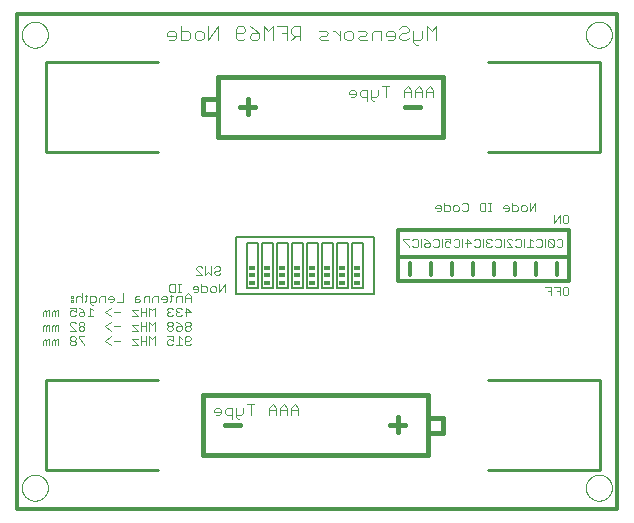
<source format=gbo>
G75*
%MOIN*%
%OFA0B0*%
%FSLAX25Y25*%
%IPPOS*%
%LPD*%
%AMOC8*
5,1,8,0,0,1.08239X$1,22.5*
%
%ADD10C,0.00000*%
%ADD11C,0.01200*%
%ADD12C,0.00400*%
%ADD13C,0.00300*%
%ADD14C,0.01000*%
%ADD15C,0.01600*%
%ADD16C,0.00800*%
%ADD17C,0.00700*%
%ADD18C,0.00600*%
%ADD19R,0.02000X0.01500*%
D10*
X0003469Y0008800D02*
X0003471Y0008931D01*
X0003477Y0009063D01*
X0003487Y0009194D01*
X0003501Y0009325D01*
X0003519Y0009455D01*
X0003541Y0009584D01*
X0003566Y0009713D01*
X0003596Y0009841D01*
X0003630Y0009968D01*
X0003667Y0010095D01*
X0003708Y0010219D01*
X0003753Y0010343D01*
X0003802Y0010465D01*
X0003854Y0010586D01*
X0003910Y0010704D01*
X0003970Y0010822D01*
X0004033Y0010937D01*
X0004100Y0011050D01*
X0004170Y0011162D01*
X0004243Y0011271D01*
X0004319Y0011377D01*
X0004399Y0011482D01*
X0004482Y0011584D01*
X0004568Y0011683D01*
X0004657Y0011780D01*
X0004749Y0011874D01*
X0004844Y0011965D01*
X0004941Y0012054D01*
X0005041Y0012139D01*
X0005144Y0012221D01*
X0005249Y0012300D01*
X0005356Y0012376D01*
X0005466Y0012448D01*
X0005578Y0012517D01*
X0005692Y0012583D01*
X0005807Y0012645D01*
X0005925Y0012704D01*
X0006044Y0012759D01*
X0006165Y0012811D01*
X0006288Y0012858D01*
X0006412Y0012902D01*
X0006537Y0012943D01*
X0006663Y0012979D01*
X0006791Y0013012D01*
X0006919Y0013040D01*
X0007048Y0013065D01*
X0007178Y0013086D01*
X0007308Y0013103D01*
X0007439Y0013116D01*
X0007570Y0013125D01*
X0007701Y0013130D01*
X0007833Y0013131D01*
X0007964Y0013128D01*
X0008096Y0013121D01*
X0008227Y0013110D01*
X0008357Y0013095D01*
X0008487Y0013076D01*
X0008617Y0013053D01*
X0008745Y0013027D01*
X0008873Y0012996D01*
X0009000Y0012961D01*
X0009126Y0012923D01*
X0009250Y0012881D01*
X0009374Y0012835D01*
X0009495Y0012785D01*
X0009615Y0012732D01*
X0009734Y0012675D01*
X0009851Y0012615D01*
X0009965Y0012551D01*
X0010078Y0012483D01*
X0010189Y0012412D01*
X0010298Y0012338D01*
X0010404Y0012261D01*
X0010508Y0012180D01*
X0010609Y0012097D01*
X0010708Y0012010D01*
X0010804Y0011920D01*
X0010897Y0011827D01*
X0010988Y0011732D01*
X0011075Y0011634D01*
X0011160Y0011533D01*
X0011241Y0011430D01*
X0011319Y0011324D01*
X0011394Y0011216D01*
X0011466Y0011106D01*
X0011534Y0010994D01*
X0011599Y0010880D01*
X0011660Y0010763D01*
X0011718Y0010645D01*
X0011772Y0010525D01*
X0011823Y0010404D01*
X0011870Y0010281D01*
X0011913Y0010157D01*
X0011952Y0010032D01*
X0011988Y0009905D01*
X0012019Y0009777D01*
X0012047Y0009649D01*
X0012071Y0009520D01*
X0012091Y0009390D01*
X0012107Y0009259D01*
X0012119Y0009128D01*
X0012127Y0008997D01*
X0012131Y0008866D01*
X0012131Y0008734D01*
X0012127Y0008603D01*
X0012119Y0008472D01*
X0012107Y0008341D01*
X0012091Y0008210D01*
X0012071Y0008080D01*
X0012047Y0007951D01*
X0012019Y0007823D01*
X0011988Y0007695D01*
X0011952Y0007568D01*
X0011913Y0007443D01*
X0011870Y0007319D01*
X0011823Y0007196D01*
X0011772Y0007075D01*
X0011718Y0006955D01*
X0011660Y0006837D01*
X0011599Y0006720D01*
X0011534Y0006606D01*
X0011466Y0006494D01*
X0011394Y0006384D01*
X0011319Y0006276D01*
X0011241Y0006170D01*
X0011160Y0006067D01*
X0011075Y0005966D01*
X0010988Y0005868D01*
X0010897Y0005773D01*
X0010804Y0005680D01*
X0010708Y0005590D01*
X0010609Y0005503D01*
X0010508Y0005420D01*
X0010404Y0005339D01*
X0010298Y0005262D01*
X0010189Y0005188D01*
X0010078Y0005117D01*
X0009966Y0005049D01*
X0009851Y0004985D01*
X0009734Y0004925D01*
X0009615Y0004868D01*
X0009495Y0004815D01*
X0009374Y0004765D01*
X0009250Y0004719D01*
X0009126Y0004677D01*
X0009000Y0004639D01*
X0008873Y0004604D01*
X0008745Y0004573D01*
X0008617Y0004547D01*
X0008487Y0004524D01*
X0008357Y0004505D01*
X0008227Y0004490D01*
X0008096Y0004479D01*
X0007964Y0004472D01*
X0007833Y0004469D01*
X0007701Y0004470D01*
X0007570Y0004475D01*
X0007439Y0004484D01*
X0007308Y0004497D01*
X0007178Y0004514D01*
X0007048Y0004535D01*
X0006919Y0004560D01*
X0006791Y0004588D01*
X0006663Y0004621D01*
X0006537Y0004657D01*
X0006412Y0004698D01*
X0006288Y0004742D01*
X0006165Y0004789D01*
X0006044Y0004841D01*
X0005925Y0004896D01*
X0005807Y0004955D01*
X0005692Y0005017D01*
X0005578Y0005083D01*
X0005466Y0005152D01*
X0005356Y0005224D01*
X0005249Y0005300D01*
X0005144Y0005379D01*
X0005041Y0005461D01*
X0004941Y0005546D01*
X0004844Y0005635D01*
X0004749Y0005726D01*
X0004657Y0005820D01*
X0004568Y0005917D01*
X0004482Y0006016D01*
X0004399Y0006118D01*
X0004319Y0006223D01*
X0004243Y0006329D01*
X0004170Y0006438D01*
X0004100Y0006550D01*
X0004033Y0006663D01*
X0003970Y0006778D01*
X0003910Y0006896D01*
X0003854Y0007014D01*
X0003802Y0007135D01*
X0003753Y0007257D01*
X0003708Y0007381D01*
X0003667Y0007505D01*
X0003630Y0007632D01*
X0003596Y0007759D01*
X0003566Y0007887D01*
X0003541Y0008016D01*
X0003519Y0008145D01*
X0003501Y0008275D01*
X0003487Y0008406D01*
X0003477Y0008537D01*
X0003471Y0008669D01*
X0003469Y0008800D01*
X0003469Y0159800D02*
X0003471Y0159931D01*
X0003477Y0160063D01*
X0003487Y0160194D01*
X0003501Y0160325D01*
X0003519Y0160455D01*
X0003541Y0160584D01*
X0003566Y0160713D01*
X0003596Y0160841D01*
X0003630Y0160968D01*
X0003667Y0161095D01*
X0003708Y0161219D01*
X0003753Y0161343D01*
X0003802Y0161465D01*
X0003854Y0161586D01*
X0003910Y0161704D01*
X0003970Y0161822D01*
X0004033Y0161937D01*
X0004100Y0162050D01*
X0004170Y0162162D01*
X0004243Y0162271D01*
X0004319Y0162377D01*
X0004399Y0162482D01*
X0004482Y0162584D01*
X0004568Y0162683D01*
X0004657Y0162780D01*
X0004749Y0162874D01*
X0004844Y0162965D01*
X0004941Y0163054D01*
X0005041Y0163139D01*
X0005144Y0163221D01*
X0005249Y0163300D01*
X0005356Y0163376D01*
X0005466Y0163448D01*
X0005578Y0163517D01*
X0005692Y0163583D01*
X0005807Y0163645D01*
X0005925Y0163704D01*
X0006044Y0163759D01*
X0006165Y0163811D01*
X0006288Y0163858D01*
X0006412Y0163902D01*
X0006537Y0163943D01*
X0006663Y0163979D01*
X0006791Y0164012D01*
X0006919Y0164040D01*
X0007048Y0164065D01*
X0007178Y0164086D01*
X0007308Y0164103D01*
X0007439Y0164116D01*
X0007570Y0164125D01*
X0007701Y0164130D01*
X0007833Y0164131D01*
X0007964Y0164128D01*
X0008096Y0164121D01*
X0008227Y0164110D01*
X0008357Y0164095D01*
X0008487Y0164076D01*
X0008617Y0164053D01*
X0008745Y0164027D01*
X0008873Y0163996D01*
X0009000Y0163961D01*
X0009126Y0163923D01*
X0009250Y0163881D01*
X0009374Y0163835D01*
X0009495Y0163785D01*
X0009615Y0163732D01*
X0009734Y0163675D01*
X0009851Y0163615D01*
X0009965Y0163551D01*
X0010078Y0163483D01*
X0010189Y0163412D01*
X0010298Y0163338D01*
X0010404Y0163261D01*
X0010508Y0163180D01*
X0010609Y0163097D01*
X0010708Y0163010D01*
X0010804Y0162920D01*
X0010897Y0162827D01*
X0010988Y0162732D01*
X0011075Y0162634D01*
X0011160Y0162533D01*
X0011241Y0162430D01*
X0011319Y0162324D01*
X0011394Y0162216D01*
X0011466Y0162106D01*
X0011534Y0161994D01*
X0011599Y0161880D01*
X0011660Y0161763D01*
X0011718Y0161645D01*
X0011772Y0161525D01*
X0011823Y0161404D01*
X0011870Y0161281D01*
X0011913Y0161157D01*
X0011952Y0161032D01*
X0011988Y0160905D01*
X0012019Y0160777D01*
X0012047Y0160649D01*
X0012071Y0160520D01*
X0012091Y0160390D01*
X0012107Y0160259D01*
X0012119Y0160128D01*
X0012127Y0159997D01*
X0012131Y0159866D01*
X0012131Y0159734D01*
X0012127Y0159603D01*
X0012119Y0159472D01*
X0012107Y0159341D01*
X0012091Y0159210D01*
X0012071Y0159080D01*
X0012047Y0158951D01*
X0012019Y0158823D01*
X0011988Y0158695D01*
X0011952Y0158568D01*
X0011913Y0158443D01*
X0011870Y0158319D01*
X0011823Y0158196D01*
X0011772Y0158075D01*
X0011718Y0157955D01*
X0011660Y0157837D01*
X0011599Y0157720D01*
X0011534Y0157606D01*
X0011466Y0157494D01*
X0011394Y0157384D01*
X0011319Y0157276D01*
X0011241Y0157170D01*
X0011160Y0157067D01*
X0011075Y0156966D01*
X0010988Y0156868D01*
X0010897Y0156773D01*
X0010804Y0156680D01*
X0010708Y0156590D01*
X0010609Y0156503D01*
X0010508Y0156420D01*
X0010404Y0156339D01*
X0010298Y0156262D01*
X0010189Y0156188D01*
X0010078Y0156117D01*
X0009966Y0156049D01*
X0009851Y0155985D01*
X0009734Y0155925D01*
X0009615Y0155868D01*
X0009495Y0155815D01*
X0009374Y0155765D01*
X0009250Y0155719D01*
X0009126Y0155677D01*
X0009000Y0155639D01*
X0008873Y0155604D01*
X0008745Y0155573D01*
X0008617Y0155547D01*
X0008487Y0155524D01*
X0008357Y0155505D01*
X0008227Y0155490D01*
X0008096Y0155479D01*
X0007964Y0155472D01*
X0007833Y0155469D01*
X0007701Y0155470D01*
X0007570Y0155475D01*
X0007439Y0155484D01*
X0007308Y0155497D01*
X0007178Y0155514D01*
X0007048Y0155535D01*
X0006919Y0155560D01*
X0006791Y0155588D01*
X0006663Y0155621D01*
X0006537Y0155657D01*
X0006412Y0155698D01*
X0006288Y0155742D01*
X0006165Y0155789D01*
X0006044Y0155841D01*
X0005925Y0155896D01*
X0005807Y0155955D01*
X0005692Y0156017D01*
X0005578Y0156083D01*
X0005466Y0156152D01*
X0005356Y0156224D01*
X0005249Y0156300D01*
X0005144Y0156379D01*
X0005041Y0156461D01*
X0004941Y0156546D01*
X0004844Y0156635D01*
X0004749Y0156726D01*
X0004657Y0156820D01*
X0004568Y0156917D01*
X0004482Y0157016D01*
X0004399Y0157118D01*
X0004319Y0157223D01*
X0004243Y0157329D01*
X0004170Y0157438D01*
X0004100Y0157550D01*
X0004033Y0157663D01*
X0003970Y0157778D01*
X0003910Y0157896D01*
X0003854Y0158014D01*
X0003802Y0158135D01*
X0003753Y0158257D01*
X0003708Y0158381D01*
X0003667Y0158505D01*
X0003630Y0158632D01*
X0003596Y0158759D01*
X0003566Y0158887D01*
X0003541Y0159016D01*
X0003519Y0159145D01*
X0003501Y0159275D01*
X0003487Y0159406D01*
X0003477Y0159537D01*
X0003471Y0159669D01*
X0003469Y0159800D01*
X0191469Y0159800D02*
X0191471Y0159931D01*
X0191477Y0160063D01*
X0191487Y0160194D01*
X0191501Y0160325D01*
X0191519Y0160455D01*
X0191541Y0160584D01*
X0191566Y0160713D01*
X0191596Y0160841D01*
X0191630Y0160968D01*
X0191667Y0161095D01*
X0191708Y0161219D01*
X0191753Y0161343D01*
X0191802Y0161465D01*
X0191854Y0161586D01*
X0191910Y0161704D01*
X0191970Y0161822D01*
X0192033Y0161937D01*
X0192100Y0162050D01*
X0192170Y0162162D01*
X0192243Y0162271D01*
X0192319Y0162377D01*
X0192399Y0162482D01*
X0192482Y0162584D01*
X0192568Y0162683D01*
X0192657Y0162780D01*
X0192749Y0162874D01*
X0192844Y0162965D01*
X0192941Y0163054D01*
X0193041Y0163139D01*
X0193144Y0163221D01*
X0193249Y0163300D01*
X0193356Y0163376D01*
X0193466Y0163448D01*
X0193578Y0163517D01*
X0193692Y0163583D01*
X0193807Y0163645D01*
X0193925Y0163704D01*
X0194044Y0163759D01*
X0194165Y0163811D01*
X0194288Y0163858D01*
X0194412Y0163902D01*
X0194537Y0163943D01*
X0194663Y0163979D01*
X0194791Y0164012D01*
X0194919Y0164040D01*
X0195048Y0164065D01*
X0195178Y0164086D01*
X0195308Y0164103D01*
X0195439Y0164116D01*
X0195570Y0164125D01*
X0195701Y0164130D01*
X0195833Y0164131D01*
X0195964Y0164128D01*
X0196096Y0164121D01*
X0196227Y0164110D01*
X0196357Y0164095D01*
X0196487Y0164076D01*
X0196617Y0164053D01*
X0196745Y0164027D01*
X0196873Y0163996D01*
X0197000Y0163961D01*
X0197126Y0163923D01*
X0197250Y0163881D01*
X0197374Y0163835D01*
X0197495Y0163785D01*
X0197615Y0163732D01*
X0197734Y0163675D01*
X0197851Y0163615D01*
X0197965Y0163551D01*
X0198078Y0163483D01*
X0198189Y0163412D01*
X0198298Y0163338D01*
X0198404Y0163261D01*
X0198508Y0163180D01*
X0198609Y0163097D01*
X0198708Y0163010D01*
X0198804Y0162920D01*
X0198897Y0162827D01*
X0198988Y0162732D01*
X0199075Y0162634D01*
X0199160Y0162533D01*
X0199241Y0162430D01*
X0199319Y0162324D01*
X0199394Y0162216D01*
X0199466Y0162106D01*
X0199534Y0161994D01*
X0199599Y0161880D01*
X0199660Y0161763D01*
X0199718Y0161645D01*
X0199772Y0161525D01*
X0199823Y0161404D01*
X0199870Y0161281D01*
X0199913Y0161157D01*
X0199952Y0161032D01*
X0199988Y0160905D01*
X0200019Y0160777D01*
X0200047Y0160649D01*
X0200071Y0160520D01*
X0200091Y0160390D01*
X0200107Y0160259D01*
X0200119Y0160128D01*
X0200127Y0159997D01*
X0200131Y0159866D01*
X0200131Y0159734D01*
X0200127Y0159603D01*
X0200119Y0159472D01*
X0200107Y0159341D01*
X0200091Y0159210D01*
X0200071Y0159080D01*
X0200047Y0158951D01*
X0200019Y0158823D01*
X0199988Y0158695D01*
X0199952Y0158568D01*
X0199913Y0158443D01*
X0199870Y0158319D01*
X0199823Y0158196D01*
X0199772Y0158075D01*
X0199718Y0157955D01*
X0199660Y0157837D01*
X0199599Y0157720D01*
X0199534Y0157606D01*
X0199466Y0157494D01*
X0199394Y0157384D01*
X0199319Y0157276D01*
X0199241Y0157170D01*
X0199160Y0157067D01*
X0199075Y0156966D01*
X0198988Y0156868D01*
X0198897Y0156773D01*
X0198804Y0156680D01*
X0198708Y0156590D01*
X0198609Y0156503D01*
X0198508Y0156420D01*
X0198404Y0156339D01*
X0198298Y0156262D01*
X0198189Y0156188D01*
X0198078Y0156117D01*
X0197966Y0156049D01*
X0197851Y0155985D01*
X0197734Y0155925D01*
X0197615Y0155868D01*
X0197495Y0155815D01*
X0197374Y0155765D01*
X0197250Y0155719D01*
X0197126Y0155677D01*
X0197000Y0155639D01*
X0196873Y0155604D01*
X0196745Y0155573D01*
X0196617Y0155547D01*
X0196487Y0155524D01*
X0196357Y0155505D01*
X0196227Y0155490D01*
X0196096Y0155479D01*
X0195964Y0155472D01*
X0195833Y0155469D01*
X0195701Y0155470D01*
X0195570Y0155475D01*
X0195439Y0155484D01*
X0195308Y0155497D01*
X0195178Y0155514D01*
X0195048Y0155535D01*
X0194919Y0155560D01*
X0194791Y0155588D01*
X0194663Y0155621D01*
X0194537Y0155657D01*
X0194412Y0155698D01*
X0194288Y0155742D01*
X0194165Y0155789D01*
X0194044Y0155841D01*
X0193925Y0155896D01*
X0193807Y0155955D01*
X0193692Y0156017D01*
X0193578Y0156083D01*
X0193466Y0156152D01*
X0193356Y0156224D01*
X0193249Y0156300D01*
X0193144Y0156379D01*
X0193041Y0156461D01*
X0192941Y0156546D01*
X0192844Y0156635D01*
X0192749Y0156726D01*
X0192657Y0156820D01*
X0192568Y0156917D01*
X0192482Y0157016D01*
X0192399Y0157118D01*
X0192319Y0157223D01*
X0192243Y0157329D01*
X0192170Y0157438D01*
X0192100Y0157550D01*
X0192033Y0157663D01*
X0191970Y0157778D01*
X0191910Y0157896D01*
X0191854Y0158014D01*
X0191802Y0158135D01*
X0191753Y0158257D01*
X0191708Y0158381D01*
X0191667Y0158505D01*
X0191630Y0158632D01*
X0191596Y0158759D01*
X0191566Y0158887D01*
X0191541Y0159016D01*
X0191519Y0159145D01*
X0191501Y0159275D01*
X0191487Y0159406D01*
X0191477Y0159537D01*
X0191471Y0159669D01*
X0191469Y0159800D01*
X0191469Y0008800D02*
X0191471Y0008931D01*
X0191477Y0009063D01*
X0191487Y0009194D01*
X0191501Y0009325D01*
X0191519Y0009455D01*
X0191541Y0009584D01*
X0191566Y0009713D01*
X0191596Y0009841D01*
X0191630Y0009968D01*
X0191667Y0010095D01*
X0191708Y0010219D01*
X0191753Y0010343D01*
X0191802Y0010465D01*
X0191854Y0010586D01*
X0191910Y0010704D01*
X0191970Y0010822D01*
X0192033Y0010937D01*
X0192100Y0011050D01*
X0192170Y0011162D01*
X0192243Y0011271D01*
X0192319Y0011377D01*
X0192399Y0011482D01*
X0192482Y0011584D01*
X0192568Y0011683D01*
X0192657Y0011780D01*
X0192749Y0011874D01*
X0192844Y0011965D01*
X0192941Y0012054D01*
X0193041Y0012139D01*
X0193144Y0012221D01*
X0193249Y0012300D01*
X0193356Y0012376D01*
X0193466Y0012448D01*
X0193578Y0012517D01*
X0193692Y0012583D01*
X0193807Y0012645D01*
X0193925Y0012704D01*
X0194044Y0012759D01*
X0194165Y0012811D01*
X0194288Y0012858D01*
X0194412Y0012902D01*
X0194537Y0012943D01*
X0194663Y0012979D01*
X0194791Y0013012D01*
X0194919Y0013040D01*
X0195048Y0013065D01*
X0195178Y0013086D01*
X0195308Y0013103D01*
X0195439Y0013116D01*
X0195570Y0013125D01*
X0195701Y0013130D01*
X0195833Y0013131D01*
X0195964Y0013128D01*
X0196096Y0013121D01*
X0196227Y0013110D01*
X0196357Y0013095D01*
X0196487Y0013076D01*
X0196617Y0013053D01*
X0196745Y0013027D01*
X0196873Y0012996D01*
X0197000Y0012961D01*
X0197126Y0012923D01*
X0197250Y0012881D01*
X0197374Y0012835D01*
X0197495Y0012785D01*
X0197615Y0012732D01*
X0197734Y0012675D01*
X0197851Y0012615D01*
X0197965Y0012551D01*
X0198078Y0012483D01*
X0198189Y0012412D01*
X0198298Y0012338D01*
X0198404Y0012261D01*
X0198508Y0012180D01*
X0198609Y0012097D01*
X0198708Y0012010D01*
X0198804Y0011920D01*
X0198897Y0011827D01*
X0198988Y0011732D01*
X0199075Y0011634D01*
X0199160Y0011533D01*
X0199241Y0011430D01*
X0199319Y0011324D01*
X0199394Y0011216D01*
X0199466Y0011106D01*
X0199534Y0010994D01*
X0199599Y0010880D01*
X0199660Y0010763D01*
X0199718Y0010645D01*
X0199772Y0010525D01*
X0199823Y0010404D01*
X0199870Y0010281D01*
X0199913Y0010157D01*
X0199952Y0010032D01*
X0199988Y0009905D01*
X0200019Y0009777D01*
X0200047Y0009649D01*
X0200071Y0009520D01*
X0200091Y0009390D01*
X0200107Y0009259D01*
X0200119Y0009128D01*
X0200127Y0008997D01*
X0200131Y0008866D01*
X0200131Y0008734D01*
X0200127Y0008603D01*
X0200119Y0008472D01*
X0200107Y0008341D01*
X0200091Y0008210D01*
X0200071Y0008080D01*
X0200047Y0007951D01*
X0200019Y0007823D01*
X0199988Y0007695D01*
X0199952Y0007568D01*
X0199913Y0007443D01*
X0199870Y0007319D01*
X0199823Y0007196D01*
X0199772Y0007075D01*
X0199718Y0006955D01*
X0199660Y0006837D01*
X0199599Y0006720D01*
X0199534Y0006606D01*
X0199466Y0006494D01*
X0199394Y0006384D01*
X0199319Y0006276D01*
X0199241Y0006170D01*
X0199160Y0006067D01*
X0199075Y0005966D01*
X0198988Y0005868D01*
X0198897Y0005773D01*
X0198804Y0005680D01*
X0198708Y0005590D01*
X0198609Y0005503D01*
X0198508Y0005420D01*
X0198404Y0005339D01*
X0198298Y0005262D01*
X0198189Y0005188D01*
X0198078Y0005117D01*
X0197966Y0005049D01*
X0197851Y0004985D01*
X0197734Y0004925D01*
X0197615Y0004868D01*
X0197495Y0004815D01*
X0197374Y0004765D01*
X0197250Y0004719D01*
X0197126Y0004677D01*
X0197000Y0004639D01*
X0196873Y0004604D01*
X0196745Y0004573D01*
X0196617Y0004547D01*
X0196487Y0004524D01*
X0196357Y0004505D01*
X0196227Y0004490D01*
X0196096Y0004479D01*
X0195964Y0004472D01*
X0195833Y0004469D01*
X0195701Y0004470D01*
X0195570Y0004475D01*
X0195439Y0004484D01*
X0195308Y0004497D01*
X0195178Y0004514D01*
X0195048Y0004535D01*
X0194919Y0004560D01*
X0194791Y0004588D01*
X0194663Y0004621D01*
X0194537Y0004657D01*
X0194412Y0004698D01*
X0194288Y0004742D01*
X0194165Y0004789D01*
X0194044Y0004841D01*
X0193925Y0004896D01*
X0193807Y0004955D01*
X0193692Y0005017D01*
X0193578Y0005083D01*
X0193466Y0005152D01*
X0193356Y0005224D01*
X0193249Y0005300D01*
X0193144Y0005379D01*
X0193041Y0005461D01*
X0192941Y0005546D01*
X0192844Y0005635D01*
X0192749Y0005726D01*
X0192657Y0005820D01*
X0192568Y0005917D01*
X0192482Y0006016D01*
X0192399Y0006118D01*
X0192319Y0006223D01*
X0192243Y0006329D01*
X0192170Y0006438D01*
X0192100Y0006550D01*
X0192033Y0006663D01*
X0191970Y0006778D01*
X0191910Y0006896D01*
X0191854Y0007014D01*
X0191802Y0007135D01*
X0191753Y0007257D01*
X0191708Y0007381D01*
X0191667Y0007505D01*
X0191630Y0007632D01*
X0191596Y0007759D01*
X0191566Y0007887D01*
X0191541Y0008016D01*
X0191519Y0008145D01*
X0191501Y0008275D01*
X0191487Y0008406D01*
X0191477Y0008537D01*
X0191471Y0008669D01*
X0191469Y0008800D01*
D11*
X0001800Y0001800D02*
X0001800Y0166800D01*
X0201800Y0166800D01*
X0201800Y0001800D01*
X0001800Y0001800D01*
X0128800Y0077800D02*
X0128800Y0085800D01*
X0185800Y0085800D01*
X0185800Y0077800D01*
X0128800Y0077800D01*
X0132800Y0079800D02*
X0132800Y0083800D01*
X0128800Y0085800D02*
X0128800Y0094800D01*
X0185800Y0094800D01*
X0185800Y0085800D01*
X0181800Y0083800D02*
X0181800Y0079800D01*
X0174800Y0079800D02*
X0174800Y0083800D01*
X0167800Y0083800D02*
X0167800Y0079800D01*
X0160800Y0079800D02*
X0160800Y0083800D01*
X0153800Y0083800D02*
X0153800Y0079800D01*
X0146800Y0079800D02*
X0146800Y0083800D01*
X0139800Y0083800D02*
X0139800Y0079800D01*
D12*
X0135461Y0156465D02*
X0134694Y0156465D01*
X0133927Y0157233D01*
X0133927Y0161069D01*
X0132392Y0161069D02*
X0131625Y0160302D01*
X0130090Y0160302D01*
X0129323Y0159535D01*
X0129323Y0158767D01*
X0130090Y0158000D01*
X0131625Y0158000D01*
X0132392Y0158767D01*
X0133927Y0158000D02*
X0136229Y0158000D01*
X0136996Y0158767D01*
X0136996Y0161069D01*
X0138531Y0162604D02*
X0138531Y0158000D01*
X0141600Y0158000D02*
X0141600Y0162604D01*
X0140065Y0161069D01*
X0138531Y0162604D01*
X0132392Y0161837D02*
X0132392Y0161069D01*
X0132392Y0161837D02*
X0131625Y0162604D01*
X0130090Y0162604D01*
X0129323Y0161837D01*
X0127788Y0160302D02*
X0127788Y0158767D01*
X0127021Y0158000D01*
X0125486Y0158000D01*
X0124719Y0159535D02*
X0127788Y0159535D01*
X0127788Y0160302D02*
X0127021Y0161069D01*
X0125486Y0161069D01*
X0124719Y0160302D01*
X0124719Y0159535D01*
X0123184Y0158000D02*
X0123184Y0161069D01*
X0120882Y0161069D01*
X0120115Y0160302D01*
X0120115Y0158000D01*
X0118580Y0158000D02*
X0116278Y0158000D01*
X0115511Y0158767D01*
X0116278Y0159535D01*
X0117813Y0159535D01*
X0118580Y0160302D01*
X0117813Y0161069D01*
X0115511Y0161069D01*
X0113976Y0160302D02*
X0113976Y0158767D01*
X0113209Y0158000D01*
X0111674Y0158000D01*
X0110907Y0158767D01*
X0110907Y0160302D01*
X0111674Y0161069D01*
X0113209Y0161069D01*
X0113976Y0160302D01*
X0109373Y0161069D02*
X0109373Y0158000D01*
X0109373Y0159535D02*
X0107838Y0161069D01*
X0107071Y0161069D01*
X0105536Y0160302D02*
X0104769Y0159535D01*
X0103234Y0159535D01*
X0102467Y0158767D01*
X0103234Y0158000D01*
X0105536Y0158000D01*
X0105536Y0160302D02*
X0104769Y0161069D01*
X0102467Y0161069D01*
X0096328Y0159535D02*
X0094026Y0159535D01*
X0093259Y0160302D01*
X0093259Y0161837D01*
X0094026Y0162604D01*
X0096328Y0162604D01*
X0096328Y0158000D01*
X0094793Y0159535D02*
X0093259Y0158000D01*
X0091724Y0158000D02*
X0091724Y0162604D01*
X0088655Y0162604D01*
X0087120Y0162604D02*
X0085586Y0161069D01*
X0084051Y0162604D01*
X0084051Y0158000D01*
X0082516Y0158767D02*
X0081749Y0158000D01*
X0080214Y0158000D01*
X0079447Y0158767D01*
X0079447Y0159535D01*
X0080214Y0160302D01*
X0082516Y0160302D01*
X0082516Y0158767D01*
X0082516Y0160302D02*
X0080982Y0161837D01*
X0079447Y0162604D01*
X0077912Y0161837D02*
X0077912Y0161069D01*
X0077145Y0160302D01*
X0074843Y0160302D01*
X0074843Y0161837D02*
X0075610Y0162604D01*
X0077145Y0162604D01*
X0077912Y0161837D01*
X0077912Y0158767D02*
X0077145Y0158000D01*
X0075610Y0158000D01*
X0074843Y0158767D01*
X0074843Y0161837D01*
X0068705Y0162604D02*
X0068705Y0158000D01*
X0065635Y0158000D02*
X0065635Y0162604D01*
X0063333Y0161069D02*
X0064101Y0160302D01*
X0064101Y0158767D01*
X0063333Y0158000D01*
X0061799Y0158000D01*
X0061031Y0158767D01*
X0061031Y0160302D01*
X0061799Y0161069D01*
X0063333Y0161069D01*
X0065635Y0158000D02*
X0068705Y0162604D01*
X0059497Y0160302D02*
X0059497Y0158767D01*
X0058729Y0158000D01*
X0056427Y0158000D01*
X0056427Y0162604D01*
X0056427Y0161069D02*
X0058729Y0161069D01*
X0059497Y0160302D01*
X0054893Y0160302D02*
X0054893Y0158767D01*
X0054125Y0158000D01*
X0052591Y0158000D01*
X0051823Y0159535D02*
X0054893Y0159535D01*
X0054893Y0160302D02*
X0054125Y0161069D01*
X0052591Y0161069D01*
X0051823Y0160302D01*
X0051823Y0159535D01*
X0087120Y0158000D02*
X0087120Y0162604D01*
X0090190Y0160302D02*
X0091724Y0160302D01*
D13*
X0112399Y0140802D02*
X0112399Y0140184D01*
X0114868Y0140184D01*
X0114868Y0139567D02*
X0114868Y0140802D01*
X0114251Y0141419D01*
X0113016Y0141419D01*
X0112399Y0140802D01*
X0113016Y0138950D02*
X0114251Y0138950D01*
X0114868Y0139567D01*
X0116082Y0139567D02*
X0116082Y0140802D01*
X0116700Y0141419D01*
X0118551Y0141419D01*
X0118551Y0137716D01*
X0118551Y0138950D02*
X0116700Y0138950D01*
X0116082Y0139567D01*
X0119766Y0138950D02*
X0121617Y0138950D01*
X0122234Y0139567D01*
X0122234Y0141419D01*
X0123449Y0142653D02*
X0125917Y0142653D01*
X0124683Y0142653D02*
X0124683Y0138950D01*
X0121000Y0137716D02*
X0120383Y0137716D01*
X0119766Y0138333D01*
X0119766Y0141419D01*
X0130815Y0141419D02*
X0130815Y0138950D01*
X0130815Y0140802D02*
X0133284Y0140802D01*
X0133284Y0141419D02*
X0132049Y0142653D01*
X0130815Y0141419D01*
X0133284Y0141419D02*
X0133284Y0138950D01*
X0134498Y0138950D02*
X0134498Y0141419D01*
X0135732Y0142653D01*
X0136967Y0141419D01*
X0136967Y0138950D01*
X0138181Y0138950D02*
X0138181Y0141419D01*
X0139416Y0142653D01*
X0140650Y0141419D01*
X0140650Y0138950D01*
X0140650Y0140802D02*
X0138181Y0140802D01*
X0136967Y0140802D02*
X0134498Y0140802D01*
X0144232Y0103852D02*
X0144232Y0100950D01*
X0145683Y0100950D01*
X0146167Y0101434D01*
X0146167Y0102401D01*
X0145683Y0102885D01*
X0144232Y0102885D01*
X0143220Y0102401D02*
X0142737Y0102885D01*
X0141769Y0102885D01*
X0141285Y0102401D01*
X0141285Y0101917D01*
X0143220Y0101917D01*
X0143220Y0101434D02*
X0143220Y0102401D01*
X0143220Y0101434D02*
X0142737Y0100950D01*
X0141769Y0100950D01*
X0147179Y0101434D02*
X0147662Y0100950D01*
X0148630Y0100950D01*
X0149114Y0101434D01*
X0149114Y0102401D01*
X0148630Y0102885D01*
X0147662Y0102885D01*
X0147179Y0102401D01*
X0147179Y0101434D01*
X0150125Y0101434D02*
X0150609Y0100950D01*
X0151576Y0100950D01*
X0152060Y0101434D01*
X0152060Y0103369D01*
X0151576Y0103852D01*
X0150609Y0103852D01*
X0150125Y0103369D01*
X0156018Y0103369D02*
X0156018Y0101434D01*
X0156502Y0100950D01*
X0157953Y0100950D01*
X0157953Y0103852D01*
X0156502Y0103852D01*
X0156018Y0103369D01*
X0158950Y0103852D02*
X0159917Y0103852D01*
X0159434Y0103852D02*
X0159434Y0100950D01*
X0159917Y0100950D02*
X0158950Y0100950D01*
X0163875Y0101917D02*
X0165810Y0101917D01*
X0165810Y0101434D02*
X0165810Y0102401D01*
X0165327Y0102885D01*
X0164359Y0102885D01*
X0163875Y0102401D01*
X0163875Y0101917D01*
X0164359Y0100950D02*
X0165327Y0100950D01*
X0165810Y0101434D01*
X0166822Y0100950D02*
X0168273Y0100950D01*
X0168757Y0101434D01*
X0168757Y0102401D01*
X0168273Y0102885D01*
X0166822Y0102885D01*
X0166822Y0103852D02*
X0166822Y0100950D01*
X0169769Y0101434D02*
X0170252Y0100950D01*
X0171220Y0100950D01*
X0171703Y0101434D01*
X0171703Y0102401D01*
X0171220Y0102885D01*
X0170252Y0102885D01*
X0169769Y0102401D01*
X0169769Y0101434D01*
X0172715Y0100950D02*
X0172715Y0103852D01*
X0174650Y0103852D02*
X0172715Y0100950D01*
X0174650Y0100950D02*
X0174650Y0103852D01*
X0180769Y0099852D02*
X0180769Y0096950D01*
X0182703Y0099852D01*
X0182703Y0096950D01*
X0183715Y0097434D02*
X0183715Y0099369D01*
X0184199Y0099852D01*
X0185166Y0099852D01*
X0185650Y0099369D01*
X0185650Y0097434D01*
X0185166Y0096950D01*
X0184199Y0096950D01*
X0183715Y0097434D01*
X0183166Y0091852D02*
X0183650Y0091369D01*
X0183650Y0089434D01*
X0183166Y0088950D01*
X0182199Y0088950D01*
X0181715Y0089434D01*
X0180703Y0089434D02*
X0180220Y0088950D01*
X0179252Y0088950D01*
X0178769Y0089434D01*
X0178769Y0091369D01*
X0180703Y0089434D01*
X0180703Y0091369D01*
X0180220Y0091852D01*
X0179252Y0091852D01*
X0178769Y0091369D01*
X0177757Y0091852D02*
X0177757Y0088950D01*
X0176775Y0089434D02*
X0176291Y0088950D01*
X0175324Y0088950D01*
X0174840Y0089434D01*
X0173828Y0088950D02*
X0171893Y0088950D01*
X0172861Y0088950D02*
X0172861Y0091852D01*
X0173828Y0090885D01*
X0174840Y0091369D02*
X0175324Y0091852D01*
X0176291Y0091852D01*
X0176775Y0091369D01*
X0176775Y0089434D01*
X0181715Y0091369D02*
X0182199Y0091852D01*
X0183166Y0091852D01*
X0170882Y0091852D02*
X0170882Y0088950D01*
X0169900Y0089434D02*
X0169416Y0088950D01*
X0168448Y0088950D01*
X0167965Y0089434D01*
X0166953Y0088950D02*
X0165018Y0088950D01*
X0164007Y0088950D02*
X0164007Y0091852D01*
X0163024Y0091369D02*
X0163024Y0089434D01*
X0162541Y0088950D01*
X0161573Y0088950D01*
X0161089Y0089434D01*
X0160078Y0089434D02*
X0159594Y0088950D01*
X0158627Y0088950D01*
X0158143Y0089434D01*
X0158143Y0089917D01*
X0158627Y0090401D01*
X0159110Y0090401D01*
X0158627Y0090401D02*
X0158143Y0090885D01*
X0158143Y0091369D01*
X0158627Y0091852D01*
X0159594Y0091852D01*
X0160078Y0091369D01*
X0161089Y0091369D02*
X0161573Y0091852D01*
X0162541Y0091852D01*
X0163024Y0091369D01*
X0165018Y0091369D02*
X0165018Y0090885D01*
X0166953Y0088950D01*
X0169900Y0089434D02*
X0169900Y0091369D01*
X0169416Y0091852D01*
X0168448Y0091852D01*
X0167965Y0091369D01*
X0166953Y0091369D02*
X0166469Y0091852D01*
X0165502Y0091852D01*
X0165018Y0091369D01*
X0157131Y0091852D02*
X0157131Y0088950D01*
X0156149Y0089434D02*
X0155665Y0088950D01*
X0154698Y0088950D01*
X0154214Y0089434D01*
X0153203Y0090401D02*
X0151268Y0090401D01*
X0151751Y0088950D02*
X0151751Y0091852D01*
X0153203Y0090401D01*
X0154214Y0091369D02*
X0154698Y0091852D01*
X0155665Y0091852D01*
X0156149Y0091369D01*
X0156149Y0089434D01*
X0150256Y0088950D02*
X0150256Y0091852D01*
X0149274Y0091369D02*
X0149274Y0089434D01*
X0148790Y0088950D01*
X0147823Y0088950D01*
X0147339Y0089434D01*
X0146327Y0089434D02*
X0145844Y0088950D01*
X0144876Y0088950D01*
X0144392Y0089434D01*
X0144392Y0090401D01*
X0144876Y0090885D01*
X0145360Y0090885D01*
X0146327Y0090401D01*
X0146327Y0091852D01*
X0144392Y0091852D01*
X0143381Y0091852D02*
X0143381Y0088950D01*
X0142399Y0089434D02*
X0141915Y0088950D01*
X0140948Y0088950D01*
X0140464Y0089434D01*
X0139452Y0089434D02*
X0138968Y0088950D01*
X0138001Y0088950D01*
X0137517Y0089434D01*
X0137517Y0089917D01*
X0138001Y0090401D01*
X0139452Y0090401D01*
X0139452Y0089434D01*
X0139452Y0090401D02*
X0138485Y0091369D01*
X0137517Y0091852D01*
X0136506Y0091852D02*
X0136506Y0088950D01*
X0135524Y0089434D02*
X0135040Y0088950D01*
X0134072Y0088950D01*
X0133589Y0089434D01*
X0132577Y0089434D02*
X0132577Y0088950D01*
X0132577Y0089434D02*
X0130642Y0091369D01*
X0130642Y0091852D01*
X0132577Y0091852D01*
X0133589Y0091369D02*
X0134072Y0091852D01*
X0135040Y0091852D01*
X0135524Y0091369D01*
X0135524Y0089434D01*
X0140464Y0091369D02*
X0140948Y0091852D01*
X0141915Y0091852D01*
X0142399Y0091369D01*
X0142399Y0089434D01*
X0147339Y0091369D02*
X0147823Y0091852D01*
X0148790Y0091852D01*
X0149274Y0091369D01*
X0177822Y0075852D02*
X0179757Y0075852D01*
X0179757Y0072950D01*
X0179757Y0074401D02*
X0178789Y0074401D01*
X0180769Y0075852D02*
X0182703Y0075852D01*
X0182703Y0072950D01*
X0183715Y0073434D02*
X0183715Y0075369D01*
X0184199Y0075852D01*
X0185166Y0075852D01*
X0185650Y0075369D01*
X0185650Y0073434D01*
X0185166Y0072950D01*
X0184199Y0072950D01*
X0183715Y0073434D01*
X0182703Y0074401D02*
X0181736Y0074401D01*
X0095650Y0035419D02*
X0095650Y0032950D01*
X0095650Y0034802D02*
X0093181Y0034802D01*
X0093181Y0035419D02*
X0093181Y0032950D01*
X0091967Y0032950D02*
X0091967Y0035419D01*
X0090732Y0036653D01*
X0089498Y0035419D01*
X0089498Y0032950D01*
X0088284Y0032950D02*
X0088284Y0035419D01*
X0087049Y0036653D01*
X0085815Y0035419D01*
X0085815Y0032950D01*
X0085815Y0034802D02*
X0088284Y0034802D01*
X0089498Y0034802D02*
X0091967Y0034802D01*
X0093181Y0035419D02*
X0094416Y0036653D01*
X0095650Y0035419D01*
X0080917Y0036653D02*
X0078449Y0036653D01*
X0079683Y0036653D02*
X0079683Y0032950D01*
X0077234Y0033567D02*
X0077234Y0035419D01*
X0074766Y0035419D02*
X0074766Y0032333D01*
X0075383Y0031716D01*
X0076000Y0031716D01*
X0076617Y0032950D02*
X0074766Y0032950D01*
X0073551Y0032950D02*
X0071700Y0032950D01*
X0071082Y0033567D01*
X0071082Y0034802D01*
X0071700Y0035419D01*
X0073551Y0035419D01*
X0073551Y0031716D01*
X0076617Y0032950D02*
X0077234Y0033567D01*
X0069868Y0033567D02*
X0069868Y0034802D01*
X0069251Y0035419D01*
X0068016Y0035419D01*
X0067399Y0034802D01*
X0067399Y0034184D01*
X0069868Y0034184D01*
X0069868Y0033567D02*
X0069251Y0032950D01*
X0068016Y0032950D01*
X0059204Y0056350D02*
X0058236Y0056350D01*
X0057752Y0056834D01*
X0057752Y0058769D01*
X0058236Y0059252D01*
X0059204Y0059252D01*
X0059687Y0058769D01*
X0059687Y0058285D01*
X0059204Y0057801D01*
X0057752Y0057801D01*
X0056741Y0058285D02*
X0055773Y0059252D01*
X0055773Y0056350D01*
X0054806Y0056350D02*
X0056741Y0056350D01*
X0053794Y0056834D02*
X0053311Y0056350D01*
X0052343Y0056350D01*
X0051859Y0056834D01*
X0051859Y0057801D01*
X0052343Y0058285D01*
X0052827Y0058285D01*
X0053794Y0057801D01*
X0053794Y0059252D01*
X0051859Y0059252D01*
X0052343Y0061150D02*
X0053311Y0061150D01*
X0053794Y0061634D01*
X0053794Y0062117D01*
X0053311Y0062601D01*
X0052343Y0062601D01*
X0051859Y0062117D01*
X0051859Y0061634D01*
X0052343Y0061150D01*
X0052343Y0062601D02*
X0051859Y0063085D01*
X0051859Y0063569D01*
X0052343Y0064052D01*
X0053311Y0064052D01*
X0053794Y0063569D01*
X0053794Y0063085D01*
X0053311Y0062601D01*
X0054806Y0062117D02*
X0055290Y0062601D01*
X0056741Y0062601D01*
X0056741Y0061634D01*
X0056257Y0061150D01*
X0055290Y0061150D01*
X0054806Y0061634D01*
X0054806Y0062117D01*
X0055773Y0063569D02*
X0054806Y0064052D01*
X0055773Y0063569D02*
X0056741Y0062601D01*
X0057752Y0062117D02*
X0057752Y0061634D01*
X0058236Y0061150D01*
X0059204Y0061150D01*
X0059687Y0061634D01*
X0059687Y0062117D01*
X0059204Y0062601D01*
X0058236Y0062601D01*
X0057752Y0062117D01*
X0058236Y0062601D02*
X0057752Y0063085D01*
X0057752Y0063569D01*
X0058236Y0064052D01*
X0059204Y0064052D01*
X0059687Y0063569D01*
X0059687Y0063085D01*
X0059204Y0062601D01*
X0058236Y0065950D02*
X0058236Y0068852D01*
X0059687Y0067401D01*
X0057752Y0067401D01*
X0056741Y0066434D02*
X0056257Y0065950D01*
X0055290Y0065950D01*
X0054806Y0066434D01*
X0054806Y0066917D01*
X0055290Y0067401D01*
X0055773Y0067401D01*
X0055290Y0067401D02*
X0054806Y0067885D01*
X0054806Y0068369D01*
X0055290Y0068852D01*
X0056257Y0068852D01*
X0056741Y0068369D01*
X0056741Y0070750D02*
X0056741Y0072685D01*
X0055290Y0072685D01*
X0054806Y0072201D01*
X0054806Y0070750D01*
X0053311Y0071234D02*
X0052827Y0070750D01*
X0053311Y0071234D02*
X0053311Y0073169D01*
X0053794Y0072685D02*
X0052827Y0072685D01*
X0051830Y0072201D02*
X0051346Y0072685D01*
X0050379Y0072685D01*
X0049895Y0072201D01*
X0049895Y0071717D01*
X0051830Y0071717D01*
X0051830Y0071234D02*
X0051830Y0072201D01*
X0051830Y0071234D02*
X0051346Y0070750D01*
X0050379Y0070750D01*
X0048883Y0070750D02*
X0048883Y0072685D01*
X0047432Y0072685D01*
X0046948Y0072201D01*
X0046948Y0070750D01*
X0045937Y0070750D02*
X0045937Y0072685D01*
X0044486Y0072685D01*
X0044002Y0072201D01*
X0044002Y0070750D01*
X0042990Y0071234D02*
X0042507Y0071717D01*
X0041055Y0071717D01*
X0041055Y0072201D02*
X0041055Y0070750D01*
X0042507Y0070750D01*
X0042990Y0071234D01*
X0042507Y0072685D02*
X0041539Y0072685D01*
X0041055Y0072201D01*
X0043020Y0068852D02*
X0043020Y0065950D01*
X0042008Y0065950D02*
X0040073Y0065950D01*
X0040073Y0067885D02*
X0042008Y0065950D01*
X0043020Y0067401D02*
X0044955Y0067401D01*
X0044955Y0065950D02*
X0044955Y0068852D01*
X0045966Y0068852D02*
X0045966Y0065950D01*
X0047901Y0065950D02*
X0047901Y0068852D01*
X0046934Y0067885D01*
X0045966Y0068852D01*
X0042008Y0067885D02*
X0040073Y0067885D01*
X0037097Y0070750D02*
X0035162Y0070750D01*
X0034151Y0071234D02*
X0034151Y0072201D01*
X0033667Y0072685D01*
X0032700Y0072685D01*
X0032216Y0072201D01*
X0032216Y0071717D01*
X0034151Y0071717D01*
X0034151Y0071234D02*
X0033667Y0070750D01*
X0032700Y0070750D01*
X0031204Y0070750D02*
X0031204Y0072685D01*
X0029753Y0072685D01*
X0029269Y0072201D01*
X0029269Y0070750D01*
X0028258Y0071234D02*
X0027774Y0070750D01*
X0026323Y0070750D01*
X0026323Y0070266D02*
X0026323Y0072685D01*
X0027774Y0072685D01*
X0028258Y0072201D01*
X0028258Y0071234D01*
X0027290Y0069783D02*
X0026807Y0069783D01*
X0026323Y0070266D01*
X0026308Y0068852D02*
X0026308Y0065950D01*
X0025341Y0065950D02*
X0027276Y0065950D01*
X0027276Y0067885D02*
X0026308Y0068852D01*
X0024329Y0067401D02*
X0022878Y0067401D01*
X0022394Y0066917D01*
X0022394Y0066434D01*
X0022878Y0065950D01*
X0023845Y0065950D01*
X0024329Y0066434D01*
X0024329Y0067401D01*
X0023362Y0068369D01*
X0022394Y0068852D01*
X0021383Y0068852D02*
X0021383Y0067401D01*
X0020415Y0067885D01*
X0019931Y0067885D01*
X0019448Y0067401D01*
X0019448Y0066434D01*
X0019931Y0065950D01*
X0020899Y0065950D01*
X0021383Y0066434D01*
X0021383Y0068852D02*
X0019448Y0068852D01*
X0019917Y0070750D02*
X0020400Y0070750D01*
X0020400Y0071234D01*
X0019917Y0071234D01*
X0019917Y0070750D01*
X0019917Y0072201D02*
X0020400Y0072201D01*
X0020400Y0072685D01*
X0019917Y0072685D01*
X0019917Y0072201D01*
X0021412Y0072201D02*
X0021412Y0070750D01*
X0021412Y0072201D02*
X0021896Y0072685D01*
X0022863Y0072685D01*
X0023347Y0072201D01*
X0024344Y0072685D02*
X0025311Y0072685D01*
X0024828Y0073169D02*
X0024828Y0071234D01*
X0024344Y0070750D01*
X0023347Y0070750D02*
X0023347Y0073652D01*
X0015490Y0067885D02*
X0015490Y0065950D01*
X0014522Y0065950D02*
X0014522Y0067401D01*
X0014038Y0067885D01*
X0013555Y0067401D01*
X0013555Y0065950D01*
X0012543Y0065950D02*
X0012543Y0067885D01*
X0012059Y0067885D01*
X0011576Y0067401D01*
X0011092Y0067885D01*
X0010608Y0067401D01*
X0010608Y0065950D01*
X0011576Y0065950D02*
X0011576Y0067401D01*
X0014522Y0067401D02*
X0015006Y0067885D01*
X0015490Y0067885D01*
X0015490Y0063085D02*
X0015006Y0063085D01*
X0014522Y0062601D01*
X0014038Y0063085D01*
X0013555Y0062601D01*
X0013555Y0061150D01*
X0014522Y0061150D02*
X0014522Y0062601D01*
X0015490Y0063085D02*
X0015490Y0061150D01*
X0012543Y0061150D02*
X0012543Y0063085D01*
X0012059Y0063085D01*
X0011576Y0062601D01*
X0011092Y0063085D01*
X0010608Y0062601D01*
X0010608Y0061150D01*
X0011576Y0061150D02*
X0011576Y0062601D01*
X0012059Y0058285D02*
X0011576Y0057801D01*
X0011092Y0058285D01*
X0010608Y0057801D01*
X0010608Y0056350D01*
X0011576Y0056350D02*
X0011576Y0057801D01*
X0012059Y0058285D02*
X0012543Y0058285D01*
X0012543Y0056350D01*
X0013555Y0056350D02*
X0013555Y0057801D01*
X0014038Y0058285D01*
X0014522Y0057801D01*
X0014522Y0056350D01*
X0015490Y0056350D02*
X0015490Y0058285D01*
X0015006Y0058285D01*
X0014522Y0057801D01*
X0019448Y0057317D02*
X0019448Y0056834D01*
X0019931Y0056350D01*
X0020899Y0056350D01*
X0021383Y0056834D01*
X0021383Y0057317D01*
X0020899Y0057801D01*
X0019931Y0057801D01*
X0019448Y0057317D01*
X0019931Y0057801D02*
X0019448Y0058285D01*
X0019448Y0058769D01*
X0019931Y0059252D01*
X0020899Y0059252D01*
X0021383Y0058769D01*
X0021383Y0058285D01*
X0020899Y0057801D01*
X0022394Y0058769D02*
X0024329Y0056834D01*
X0024329Y0056350D01*
X0022394Y0058769D02*
X0022394Y0059252D01*
X0024329Y0059252D01*
X0023845Y0061150D02*
X0024329Y0061634D01*
X0024329Y0062117D01*
X0023845Y0062601D01*
X0022878Y0062601D01*
X0022394Y0062117D01*
X0022394Y0061634D01*
X0022878Y0061150D01*
X0023845Y0061150D01*
X0023845Y0062601D02*
X0024329Y0063085D01*
X0024329Y0063569D01*
X0023845Y0064052D01*
X0022878Y0064052D01*
X0022394Y0063569D01*
X0022394Y0063085D01*
X0022878Y0062601D01*
X0021383Y0063569D02*
X0020899Y0064052D01*
X0019931Y0064052D01*
X0019448Y0063569D01*
X0019448Y0063085D01*
X0021383Y0061150D01*
X0019448Y0061150D01*
X0031234Y0062601D02*
X0033169Y0061150D01*
X0034180Y0062601D02*
X0036115Y0062601D01*
X0033169Y0064052D02*
X0031234Y0062601D01*
X0033169Y0059252D02*
X0031234Y0057801D01*
X0033169Y0056350D01*
X0034180Y0057801D02*
X0036115Y0057801D01*
X0040073Y0058285D02*
X0042008Y0056350D01*
X0040073Y0056350D01*
X0040073Y0058285D02*
X0042008Y0058285D01*
X0043020Y0057801D02*
X0044955Y0057801D01*
X0044955Y0056350D02*
X0044955Y0059252D01*
X0045966Y0059252D02*
X0045966Y0056350D01*
X0047901Y0056350D02*
X0047901Y0059252D01*
X0046934Y0058285D01*
X0045966Y0059252D01*
X0045966Y0061150D02*
X0045966Y0064052D01*
X0046934Y0063085D01*
X0047901Y0064052D01*
X0047901Y0061150D01*
X0044955Y0061150D02*
X0044955Y0064052D01*
X0044955Y0062601D02*
X0043020Y0062601D01*
X0042008Y0063085D02*
X0040073Y0063085D01*
X0042008Y0061150D01*
X0040073Y0061150D01*
X0043020Y0061150D02*
X0043020Y0064052D01*
X0043020Y0059252D02*
X0043020Y0056350D01*
X0036115Y0067401D02*
X0034180Y0067401D01*
X0033169Y0065950D02*
X0031234Y0067401D01*
X0033169Y0068852D01*
X0037097Y0070750D02*
X0037097Y0073652D01*
X0052518Y0074434D02*
X0052518Y0076369D01*
X0053002Y0076852D01*
X0054453Y0076852D01*
X0054453Y0073950D01*
X0053002Y0073950D01*
X0052518Y0074434D01*
X0055450Y0073950D02*
X0056417Y0073950D01*
X0055934Y0073950D02*
X0055934Y0076852D01*
X0056417Y0076852D02*
X0055450Y0076852D01*
X0058720Y0073652D02*
X0057752Y0072685D01*
X0057752Y0070750D01*
X0057752Y0072201D02*
X0059687Y0072201D01*
X0059687Y0072685D02*
X0058720Y0073652D01*
X0059687Y0072685D02*
X0059687Y0070750D01*
X0060859Y0073950D02*
X0061827Y0073950D01*
X0062310Y0074434D01*
X0062310Y0075401D01*
X0061827Y0075885D01*
X0060859Y0075885D01*
X0060375Y0075401D01*
X0060375Y0074917D01*
X0062310Y0074917D01*
X0063322Y0073950D02*
X0064773Y0073950D01*
X0065257Y0074434D01*
X0065257Y0075401D01*
X0064773Y0075885D01*
X0063322Y0075885D01*
X0063322Y0076852D02*
X0063322Y0073950D01*
X0066269Y0074434D02*
X0066269Y0075401D01*
X0066752Y0075885D01*
X0067720Y0075885D01*
X0068203Y0075401D01*
X0068203Y0074434D01*
X0067720Y0073950D01*
X0066752Y0073950D01*
X0066269Y0074434D01*
X0069215Y0073950D02*
X0069215Y0076852D01*
X0071150Y0076852D02*
X0069215Y0073950D01*
X0071150Y0073950D02*
X0071150Y0076852D01*
X0069006Y0079750D02*
X0069490Y0080234D01*
X0069006Y0079750D02*
X0068038Y0079750D01*
X0067555Y0080234D01*
X0067555Y0080717D01*
X0068038Y0081201D01*
X0069006Y0081201D01*
X0069490Y0081685D01*
X0069490Y0082169D01*
X0069006Y0082652D01*
X0068038Y0082652D01*
X0067555Y0082169D01*
X0066543Y0082652D02*
X0066543Y0079750D01*
X0065576Y0080717D01*
X0064608Y0079750D01*
X0064608Y0082652D01*
X0063597Y0082169D02*
X0063113Y0082652D01*
X0062145Y0082652D01*
X0061662Y0082169D01*
X0061662Y0081685D01*
X0063597Y0079750D01*
X0061662Y0079750D01*
X0053311Y0068852D02*
X0052343Y0068852D01*
X0051859Y0068369D01*
X0051859Y0067885D01*
X0052343Y0067401D01*
X0051859Y0066917D01*
X0051859Y0066434D01*
X0052343Y0065950D01*
X0053311Y0065950D01*
X0053794Y0066434D01*
X0052827Y0067401D02*
X0052343Y0067401D01*
X0053794Y0068369D02*
X0053311Y0068852D01*
X0059687Y0056834D02*
X0059204Y0056350D01*
D14*
X0048800Y0044800D02*
X0011500Y0044800D01*
X0011500Y0014800D01*
X0048800Y0014800D01*
X0158800Y0014800D02*
X0196100Y0014800D01*
X0196100Y0044800D01*
X0158800Y0044800D01*
X0158800Y0120800D02*
X0196100Y0120800D01*
X0196100Y0150800D01*
X0158800Y0150800D01*
X0048800Y0150800D02*
X0011500Y0150800D01*
X0011500Y0120800D01*
X0048800Y0120800D01*
D15*
X0063800Y0133500D02*
X0063800Y0138500D01*
X0068800Y0138500D01*
X0068800Y0145800D01*
X0143800Y0145800D01*
X0143800Y0125800D01*
X0068800Y0125800D01*
X0068800Y0133500D01*
X0063800Y0133500D01*
X0068800Y0133500D02*
X0068800Y0138500D01*
X0076300Y0135800D02*
X0081300Y0135800D01*
X0078800Y0133300D02*
X0078800Y0138300D01*
X0131300Y0135800D02*
X0136300Y0135800D01*
X0138800Y0039800D02*
X0063800Y0039800D01*
X0063800Y0019800D01*
X0138800Y0019800D01*
X0138800Y0027100D01*
X0143800Y0027100D01*
X0143800Y0032100D01*
X0138800Y0032100D01*
X0138800Y0027100D01*
X0138800Y0032100D02*
X0138800Y0039800D01*
X0128800Y0032300D02*
X0128800Y0027300D01*
X0126300Y0029800D02*
X0131300Y0029800D01*
X0076300Y0029800D02*
X0071300Y0029800D01*
D16*
X0074800Y0073300D02*
X0074800Y0076300D01*
X0074800Y0089300D01*
X0074800Y0092300D01*
X0120800Y0092300D01*
X0120800Y0089300D01*
X0120800Y0076300D01*
X0120800Y0073300D01*
X0074800Y0073300D01*
D17*
X0078500Y0075300D02*
X0078500Y0090300D01*
X0082100Y0090300D01*
X0082100Y0075300D01*
X0083500Y0075300D02*
X0083500Y0090300D01*
X0087100Y0090300D01*
X0087100Y0075300D01*
X0088500Y0075300D02*
X0088500Y0090300D01*
X0092100Y0090300D01*
X0092100Y0075300D01*
X0093500Y0075300D02*
X0093500Y0090300D01*
X0097100Y0090300D01*
X0097100Y0075300D01*
X0098500Y0075300D02*
X0098500Y0090300D01*
X0102100Y0090300D01*
X0102100Y0075300D01*
X0103500Y0075300D02*
X0103500Y0090300D01*
X0107100Y0090300D01*
X0107100Y0075300D01*
X0108500Y0075300D02*
X0108500Y0090300D01*
X0112100Y0090300D01*
X0112100Y0075300D01*
X0113500Y0075300D02*
X0113500Y0090300D01*
X0117100Y0090300D01*
X0117100Y0075300D01*
D18*
X0113500Y0075300D01*
X0112100Y0075300D02*
X0108500Y0075300D01*
X0107100Y0075300D02*
X0103500Y0075300D01*
X0102100Y0075300D02*
X0098500Y0075300D01*
X0097100Y0075300D02*
X0093500Y0075300D01*
X0092100Y0075300D02*
X0088500Y0075300D01*
X0087100Y0075300D02*
X0083500Y0075300D01*
X0082100Y0075300D02*
X0078500Y0075300D01*
D19*
X0080300Y0077050D03*
X0080300Y0079550D03*
X0080300Y0082050D03*
X0085300Y0082050D03*
X0085300Y0079550D03*
X0085300Y0077050D03*
X0090300Y0077050D03*
X0090300Y0079550D03*
X0090300Y0082050D03*
X0095300Y0082050D03*
X0095300Y0079550D03*
X0095300Y0077050D03*
X0100300Y0077050D03*
X0100300Y0079550D03*
X0100300Y0082050D03*
X0105300Y0082050D03*
X0105300Y0079550D03*
X0105300Y0077050D03*
X0110300Y0077050D03*
X0110300Y0079550D03*
X0110300Y0082050D03*
X0115300Y0082050D03*
X0115300Y0079550D03*
X0115300Y0077050D03*
M02*

</source>
